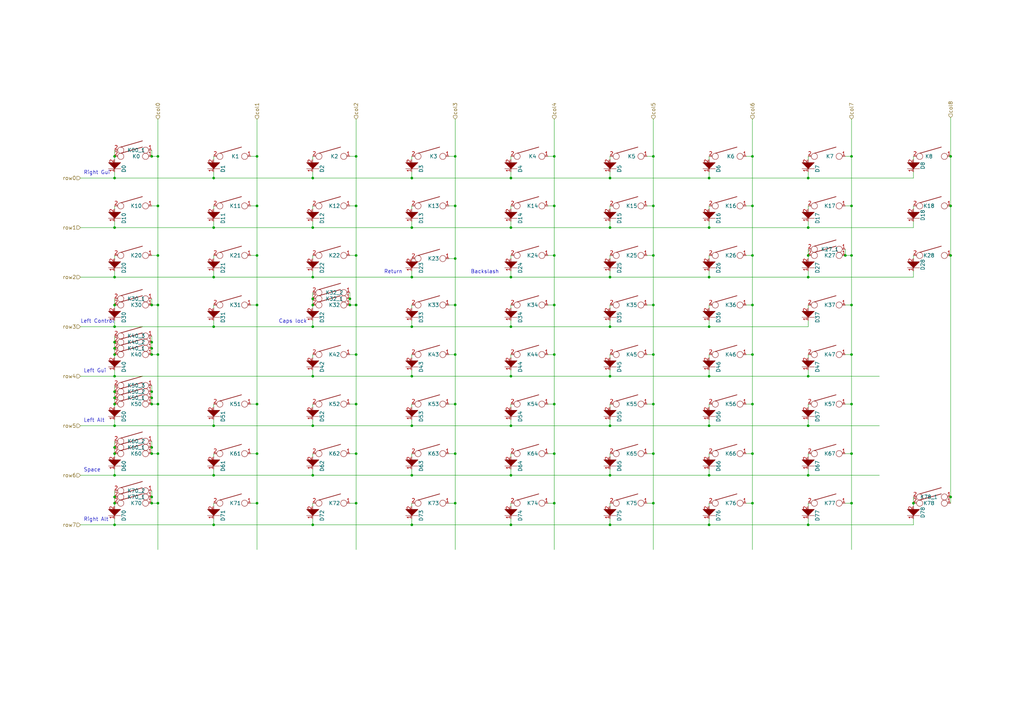
<source format=kicad_sch>
(kicad_sch (version 20211123) (generator eeschema)
  (paper "A3")
  (title_block (title "Alps66 Keyboard PCB") (rev "2.0") (company "TMK"))
  (junction (at 146.05 84.455))
  (junction (at 168.91 154.305))
  (junction (at 186.69 206.375))
  (junction (at 227.33 165.735))
  (junction (at 168.91 93.345))
  (junction (at 290.83 194.945))
  (junction (at 87.63 215.265))
  (junction (at 389.89 64.135))
  (junction (at 105.41 206.375))
  (junction (at 209.55 215.265))
  (junction (at 168.91 73.025))
  (junction (at 267.97 84.455))
  (junction (at 146.05 104.775))
  (junction (at 62.23 186.055))
  (junction (at 46.99 154.305))
  (junction (at 227.33 84.455))
  (junction (at 62.23 125.095))
  (junction (at 62.23 203.835))
  (junction (at 128.27 133.985))
  (junction (at 267.97 125.095))
  (junction (at 128.27 194.945))
  (junction (at 146.05 125.095))
  (junction (at 308.61 165.735))
  (junction (at 308.61 84.455))
  (junction (at 46.99 174.625))
  (junction (at 331.47 194.945))
  (junction (at 87.63 73.025))
  (junction (at 146.05 145.415))
  (junction (at 46.99 206.375))
  (junction (at 46.99 133.985))
  (junction (at 209.55 93.345))
  (junction (at 346.71 104.775))
  (junction (at 349.25 145.415))
  (junction (at 389.89 104.775))
  (junction (at 186.69 84.455))
  (junction (at 168.91 113.665))
  (junction (at 267.97 145.415))
  (junction (at 128.27 122.555))
  (junction (at 143.51 122.555))
  (junction (at 46.99 145.415))
  (junction (at 62.23 165.735))
  (junction (at 46.99 125.095))
  (junction (at 250.19 113.665))
  (junction (at 250.19 93.345))
  (junction (at 250.19 154.305))
  (junction (at 168.91 215.265))
  (junction (at 87.63 133.985))
  (junction (at 62.23 163.195))
  (junction (at 331.47 215.265))
  (junction (at 87.63 113.665))
  (junction (at 46.99 186.055))
  (junction (at 62.23 140.335))
  (junction (at 62.23 142.875))
  (junction (at 267.97 186.055))
  (junction (at 46.99 73.025))
  (junction (at 46.99 142.875))
  (junction (at 105.41 186.055))
  (junction (at 209.55 113.665))
  (junction (at 146.05 64.135))
  (junction (at 168.91 133.985))
  (junction (at 105.41 125.095))
  (junction (at 64.77 206.375))
  (junction (at 46.99 93.345))
  (junction (at 128.27 154.305))
  (junction (at 64.77 104.775))
  (junction (at 349.25 84.455))
  (junction (at 128.27 93.345))
  (junction (at 186.69 106.045))
  (junction (at 128.27 113.665))
  (junction (at 46.99 160.655))
  (junction (at 186.69 145.415))
  (junction (at 227.33 125.095))
  (junction (at 349.25 125.095))
  (junction (at 331.47 154.305))
  (junction (at 46.99 215.265))
  (junction (at 227.33 206.375))
  (junction (at 290.83 215.265))
  (junction (at 186.69 64.135))
  (junction (at 290.83 174.625))
  (junction (at 209.55 154.305))
  (junction (at 349.25 64.135))
  (junction (at 374.65 206.375))
  (junction (at 46.99 194.945))
  (junction (at 349.25 186.055))
  (junction (at 105.41 84.455))
  (junction (at 250.19 194.945))
  (junction (at 146.05 165.735))
  (junction (at 209.55 73.025))
  (junction (at 128.27 215.265))
  (junction (at 308.61 186.055))
  (junction (at 227.33 104.775))
  (junction (at 64.77 145.415))
  (junction (at 331.47 113.665))
  (junction (at 250.19 73.025))
  (junction (at 250.19 215.265))
  (junction (at 389.89 203.835))
  (junction (at 267.97 104.775))
  (junction (at 308.61 64.135))
  (junction (at 46.99 140.335))
  (junction (at 209.55 133.985))
  (junction (at 87.63 194.945))
  (junction (at 186.69 125.095))
  (junction (at 62.23 145.415))
  (junction (at 64.77 125.095))
  (junction (at 105.41 64.135))
  (junction (at 308.61 125.095))
  (junction (at 128.27 73.025))
  (junction (at 46.99 113.665))
  (junction (at 62.23 183.515))
  (junction (at 105.41 165.735))
  (junction (at 227.33 64.135))
  (junction (at 267.97 165.735))
  (junction (at 105.41 104.775))
  (junction (at 168.91 194.945))
  (junction (at 87.63 174.625))
  (junction (at 186.69 186.055))
  (junction (at 46.99 183.515))
  (junction (at 186.69 165.735))
  (junction (at 290.83 154.305))
  (junction (at 128.27 174.625))
  (junction (at 331.47 104.775))
  (junction (at 146.05 186.055))
  (junction (at 331.47 73.025))
  (junction (at 267.97 64.135))
  (junction (at 128.27 125.095))
  (junction (at 46.99 163.195))
  (junction (at 349.25 165.735))
  (junction (at 87.63 93.345))
  (junction (at 64.77 64.135))
  (junction (at 46.99 165.735))
  (junction (at 331.47 174.625))
  (junction (at 308.61 206.375))
  (junction (at 62.23 206.375))
  (junction (at 209.55 174.625))
  (junction (at 168.91 174.625))
  (junction (at 290.83 133.985))
  (junction (at 331.47 93.345))
  (junction (at 250.19 174.625))
  (junction (at 290.83 113.665))
  (junction (at 290.83 93.345))
  (junction (at 308.61 104.775))
  (junction (at 62.23 160.655))
  (junction (at 64.77 186.055))
  (junction (at 143.51 125.095))
  (junction (at 389.89 84.455))
  (junction (at 227.33 145.415))
  (junction (at 267.97 206.375))
  (junction (at 349.25 104.775))
  (junction (at 209.55 194.945))
  (junction (at 308.61 145.415))
  (junction (at 349.25 206.375))
  (junction (at 62.23 64.135))
  (junction (at 290.83 73.025))
  (junction (at 227.33 186.055))
  (junction (at 146.05 206.375))
  (junction (at 250.19 133.985))
  (junction (at 46.99 203.835))
  (junction (at 46.99 64.135))
  (junction (at 64.77 84.455))
  (junction (at 64.77 165.735))
  (wire (pts (xy 168.91 93.345) (xy 209.55 93.345)))
  (wire (pts (xy 105.41 104.775) (xy 105.41 125.095)))
  (wire (pts (xy 168.91 113.665) (xy 168.91 111.125)))
  (wire (pts (xy 227.33 48.895) (xy 227.33 64.135)))
  (wire (pts (xy 306.07 64.135) (xy 308.61 64.135)))
  (wire (pts (xy 143.51 122.555) (xy 143.51 125.095)))
  (wire (pts (xy 46.99 113.665) (xy 46.99 111.125)))
  (wire (pts (xy 46.99 142.875) (xy 46.99 145.415)))
  (wire (pts (xy 209.55 113.665) (xy 250.19 113.665)))
  (wire (pts (xy 250.19 113.665) (xy 290.83 113.665)))
  (wire (pts (xy 87.63 113.665) (xy 87.63 111.125)))
  (wire (pts (xy 168.91 215.265) (xy 168.91 212.725)))
  (wire (pts (xy 209.55 104.775) (xy 209.55 106.045)))
  (wire (pts (xy 331.47 104.775) (xy 331.47 106.045)))
  (wire (pts (xy 331.47 167.005) (xy 331.47 165.735)))
  (wire (pts (xy 46.99 73.025) (xy 87.63 73.025)))
  (wire (pts (xy 331.47 73.025) (xy 331.47 70.485)))
  (wire (pts (xy 186.69 125.095) (xy 184.15 125.095)))
  (wire (pts (xy 168.91 146.685) (xy 168.91 145.415)))
  (wire (pts (xy 62.23 158.115) (xy 62.23 160.655)))
  (wire (pts (xy 374.65 93.345) (xy 374.65 90.805)))
  (wire (pts (xy 227.33 165.735) (xy 224.79 165.735)))
  (wire (pts (xy 146.05 206.375) (xy 146.05 225.425)))
  (wire (pts (xy 186.69 186.055) (xy 184.15 186.055)))
  (wire (pts (xy 374.65 73.025) (xy 374.65 70.485)))
  (wire (pts (xy 186.69 145.415) (xy 184.15 145.415)))
  (wire (pts (xy 331.47 102.235) (xy 331.47 104.775)))
  (wire (pts (xy 87.63 215.265) (xy 87.63 212.725)))
  (wire (pts (xy 33.02 113.665) (xy 46.99 113.665)))
  (wire (pts (xy 168.91 85.725) (xy 168.91 84.455)))
  (wire (pts (xy 308.61 125.095) (xy 308.61 145.415)))
  (wire (pts (xy 267.97 165.735) (xy 265.43 165.735)))
  (wire (pts (xy 209.55 93.345) (xy 209.55 90.805)))
  (wire (pts (xy 290.83 93.345) (xy 290.83 90.805)))
  (wire (pts (xy 128.27 85.725) (xy 128.27 84.455)))
  (wire (pts (xy 87.63 85.725) (xy 87.63 84.455)))
  (wire (pts (xy 308.61 84.455) (xy 308.61 104.775)))
  (wire (pts (xy 33.02 215.265) (xy 46.99 215.265)))
  (wire (pts (xy 331.47 93.345) (xy 374.65 93.345)))
  (wire (pts (xy 87.63 133.985) (xy 87.63 131.445)))
  (wire (pts (xy 209.55 126.365) (xy 209.55 125.095)))
  (wire (pts (xy 46.99 137.795) (xy 46.99 140.335)))
  (wire (pts (xy 250.19 93.345) (xy 290.83 93.345)))
  (wire (pts (xy 87.63 194.945) (xy 87.63 192.405)))
  (wire (pts (xy 128.27 146.685) (xy 128.27 145.415)))
  (wire (pts (xy 331.47 154.305) (xy 331.47 151.765)))
  (wire (pts (xy 290.83 187.325) (xy 290.83 186.055)))
  (wire (pts (xy 250.19 215.265) (xy 290.83 215.265)))
  (wire (pts (xy 64.77 84.455) (xy 64.77 104.775)))
  (wire (pts (xy 346.71 102.235) (xy 346.71 104.775)))
  (wire (pts (xy 46.99 61.595) (xy 46.99 64.135)))
  (wire (pts (xy 331.47 154.305) (xy 360.68 154.305)))
  (wire (pts (xy 349.25 186.055) (xy 346.71 186.055)))
  (wire (pts (xy 128.27 194.945) (xy 128.27 192.405)))
  (wire (pts (xy 143.51 120.015) (xy 143.51 122.555)))
  (wire (pts (xy 168.91 194.945) (xy 209.55 194.945)))
  (wire (pts (xy 128.27 65.405) (xy 128.27 64.135)))
  (wire (pts (xy 209.55 167.005) (xy 209.55 165.735)))
  (wire (pts (xy 46.99 180.975) (xy 46.99 183.515)))
  (wire (pts (xy 46.99 154.305) (xy 46.99 151.765)))
  (wire (pts (xy 374.65 64.135) (xy 374.65 65.405)))
  (wire (pts (xy 389.89 104.775) (xy 389.89 203.835)))
  (wire (pts (xy 186.69 165.735) (xy 184.15 165.735)))
  (wire (pts (xy 46.99 158.115) (xy 46.99 160.655)))
  (wire (pts (xy 168.91 73.025) (xy 168.91 70.485)))
  (wire (pts (xy 250.19 194.945) (xy 290.83 194.945)))
  (wire (pts (xy 64.77 165.735) (xy 64.77 186.055)))
  (wire (pts (xy 290.83 73.025) (xy 331.47 73.025)))
  (wire (pts (xy 308.61 186.055) (xy 308.61 206.375)))
  (wire (pts (xy 349.25 84.455) (xy 349.25 104.775)))
  (wire (pts (xy 128.27 154.305) (xy 168.91 154.305)))
  (wire (pts (xy 331.47 194.945) (xy 360.68 194.945)))
  (wire (pts (xy 128.27 133.985) (xy 168.91 133.985)))
  (wire (pts (xy 46.99 194.945) (xy 46.99 192.405)))
  (wire (pts (xy 168.91 126.365) (xy 168.91 125.095)))
  (wire (pts (xy 46.99 145.415) (xy 46.99 146.685)))
  (wire (pts (xy 168.91 133.985) (xy 168.91 131.445)))
  (wire (pts (xy 250.19 207.645) (xy 250.19 206.375)))
  (wire (pts (xy 308.61 145.415) (xy 306.07 145.415)))
  (wire (pts (xy 128.27 113.665) (xy 128.27 111.125)))
  (wire (pts (xy 209.55 174.625) (xy 209.55 172.085)))
  (wire (pts (xy 209.55 207.645) (xy 209.55 206.375)))
  (wire (pts (xy 227.33 125.095) (xy 227.33 145.415)))
  (wire (pts (xy 143.51 64.135) (xy 146.05 64.135)))
  (wire (pts (xy 168.91 174.625) (xy 209.55 174.625)))
  (wire (pts (xy 87.63 174.625) (xy 128.27 174.625)))
  (wire (pts (xy 349.25 104.775) (xy 346.71 104.775)))
  (wire (pts (xy 105.41 125.095) (xy 102.87 125.095)))
  (wire (pts (xy 250.19 187.325) (xy 250.19 186.055)))
  (wire (pts (xy 146.05 145.415) (xy 143.51 145.415)))
  (wire (pts (xy 290.83 133.985) (xy 290.83 131.445)))
  (wire (pts (xy 33.02 73.025) (xy 46.99 73.025)))
  (wire (pts (xy 87.63 125.095) (xy 87.63 126.365)))
  (wire (pts (xy 267.97 48.895) (xy 267.97 64.135)))
  (wire (pts (xy 168.91 207.645) (xy 168.91 206.375)))
  (wire (pts (xy 349.25 206.375) (xy 346.71 206.375)))
  (wire (pts (xy 267.97 125.095) (xy 267.97 145.415)))
  (wire (pts (xy 331.47 187.325) (xy 331.47 186.055)))
  (wire (pts (xy 87.63 194.945) (xy 128.27 194.945)))
  (wire (pts (xy 168.91 167.005) (xy 168.91 165.735)))
  (wire (pts (xy 209.55 174.625) (xy 250.19 174.625)))
  (wire (pts (xy 168.91 93.345) (xy 168.91 90.805)))
  (wire (pts (xy 128.27 174.625) (xy 168.91 174.625)))
  (wire (pts (xy 209.55 194.945) (xy 250.19 194.945)))
  (wire (pts (xy 105.41 125.095) (xy 105.41 165.735)))
  (wire (pts (xy 290.83 174.625) (xy 290.83 172.085)))
  (wire (pts (xy 62.23 137.795) (xy 62.23 140.335)))
  (wire (pts (xy 46.99 160.655) (xy 46.99 163.195)))
  (wire (pts (xy 168.91 215.265) (xy 209.55 215.265)))
  (wire (pts (xy 308.61 165.735) (xy 306.07 165.735)))
  (wire (pts (xy 128.27 113.665) (xy 168.91 113.665)))
  (wire (pts (xy 209.55 215.265) (xy 209.55 212.725)))
  (wire (pts (xy 146.05 186.055) (xy 146.05 206.375)))
  (wire (pts (xy 374.65 215.265) (xy 374.65 212.725)))
  (wire (pts (xy 64.77 104.775) (xy 64.77 125.095)))
  (wire (pts (xy 62.23 165.735) (xy 64.77 165.735)))
  (wire (pts (xy 227.33 206.375) (xy 227.33 225.425)))
  (wire (pts (xy 168.91 187.325) (xy 168.91 186.055)))
  (wire (pts (xy 267.97 145.415) (xy 267.97 165.735)))
  (wire (pts (xy 87.63 167.005) (xy 87.63 165.735)))
  (wire (pts (xy 267.97 186.055) (xy 265.43 186.055)))
  (wire (pts (xy 128.27 120.015) (xy 128.27 122.555)))
  (wire (pts (xy 389.89 64.135) (xy 389.89 84.455)))
  (wire (pts (xy 224.79 64.135) (xy 227.33 64.135)))
  (wire (pts (xy 46.99 165.735) (xy 46.99 167.005)))
  (wire (pts (xy 146.05 104.775) (xy 146.05 125.095)))
  (wire (pts (xy 105.41 84.455) (xy 102.87 84.455)))
  (wire (pts (xy 267.97 104.775) (xy 265.43 104.775)))
  (wire (pts (xy 46.99 163.195) (xy 46.99 165.735)))
  (wire (pts (xy 168.91 174.625) (xy 168.91 172.085)))
  (wire (pts (xy 128.27 133.985) (xy 128.27 131.445)))
  (wire (pts (xy 290.83 126.365) (xy 290.83 125.095)))
  (wire (pts (xy 128.27 93.345) (xy 128.27 90.805)))
  (wire (pts (xy 308.61 206.375) (xy 308.61 225.425)))
  (wire (pts (xy 331.47 133.985) (xy 331.47 131.445)))
  (wire (pts (xy 349.25 125.095) (xy 346.71 125.095)))
  (wire (pts (xy 105.41 165.735) (xy 102.87 165.735)))
  (wire (pts (xy 62.23 183.515) (xy 62.23 186.055)))
  (wire (pts (xy 267.97 186.055) (xy 267.97 206.375)))
  (wire (pts (xy 146.05 186.055) (xy 143.51 186.055)))
  (wire (pts (xy 128.27 93.345) (xy 168.91 93.345)))
  (wire (pts (xy 209.55 194.945) (xy 209.55 192.405)))
  (wire (pts (xy 349.25 165.735) (xy 349.25 186.055)))
  (wire (pts (xy 46.99 206.375) (xy 46.99 207.645)))
  (wire (pts (xy 209.55 73.025) (xy 250.19 73.025)))
  (wire (pts (xy 146.05 48.895) (xy 146.05 64.135)))
  (wire (pts (xy 128.27 215.265) (xy 168.91 215.265)))
  (wire (pts (xy 87.63 113.665) (xy 128.27 113.665)))
  (wire (pts (xy 290.83 215.265) (xy 331.47 215.265)))
  (wire (pts (xy 346.71 64.135) (xy 349.25 64.135)))
  (wire (pts (xy 146.05 64.135) (xy 146.05 84.455)))
  (wire (pts (xy 374.65 106.045) (xy 374.65 104.775)))
  (wire (pts (xy 105.41 206.375) (xy 105.41 225.425)))
  (wire (pts (xy 267.97 125.095) (xy 265.43 125.095)))
  (wire (pts (xy 186.69 106.045) (xy 186.69 125.095)))
  (wire (pts (xy 46.99 122.555) (xy 46.99 125.095)))
  (wire (pts (xy 209.55 133.985) (xy 209.55 131.445)))
  (wire (pts (xy 64.77 186.055) (xy 64.77 206.375)))
  (wire (pts (xy 128.27 125.095) (xy 128.27 126.365)))
  (wire (pts (xy 331.47 215.265) (xy 374.65 215.265)))
  (wire (pts (xy 33.02 174.625) (xy 46.99 174.625)))
  (wire (pts (xy 349.25 48.895) (xy 349.25 64.135)))
  (wire (pts (xy 209.55 133.985) (xy 250.19 133.985)))
  (wire (pts (xy 265.43 64.135) (xy 267.97 64.135)))
  (wire (pts (xy 290.83 104.775) (xy 290.83 106.045)))
  (wire (pts (xy 250.19 133.985) (xy 290.83 133.985)))
  (wire (pts (xy 64.77 104.775) (xy 62.23 104.775)))
  (wire (pts (xy 105.41 186.055) (xy 102.87 186.055)))
  (wire (pts (xy 308.61 48.895) (xy 308.61 64.135)))
  (wire (pts (xy 308.61 165.735) (xy 308.61 186.055)))
  (wire (pts (xy 168.91 113.665) (xy 209.55 113.665)))
  (wire (pts (xy 290.83 93.345) (xy 331.47 93.345)))
  (wire (pts (xy 62.23 125.095) (xy 62.23 122.555)))
  (wire (pts (xy 64.77 206.375) (xy 64.77 225.425)))
  (wire (pts (xy 349.25 206.375) (xy 349.25 225.425)))
  (wire (pts (xy 250.19 194.945) (xy 250.19 192.405)))
  (wire (pts (xy 87.63 187.325) (xy 87.63 186.055)))
  (wire (pts (xy 186.69 165.735) (xy 186.69 186.055)))
  (wire (pts (xy 250.19 106.045) (xy 250.19 104.775)))
  (wire (pts (xy 227.33 165.735) (xy 227.33 186.055)))
  (wire (pts (xy 128.27 215.265) (xy 128.27 212.725)))
  (wire (pts (xy 105.41 186.055) (xy 105.41 206.375)))
  (wire (pts (xy 62.23 142.875) (xy 62.23 145.415)))
  (wire (pts (xy 186.69 145.415) (xy 186.69 165.735)))
  (wire (pts (xy 146.05 84.455) (xy 146.05 104.775)))
  (wire (pts (xy 227.33 84.455) (xy 227.33 104.775)))
  (wire (pts (xy 46.99 215.265) (xy 87.63 215.265)))
  (wire (pts (xy 146.05 145.415) (xy 146.05 165.735)))
  (wire (pts (xy 62.23 160.655) (xy 62.23 163.195)))
  (wire (pts (xy 46.99 84.455) (xy 46.99 85.725)))
  (wire (pts (xy 62.23 61.595) (xy 62.23 64.135)))
  (wire (pts (xy 250.19 174.625) (xy 290.83 174.625)))
  (wire (pts (xy 62.23 145.415) (xy 64.77 145.415)))
  (wire (pts (xy 186.69 48.895) (xy 186.69 64.135)))
  (wire (pts (xy 250.19 154.305) (xy 250.19 151.765)))
  (wire (pts (xy 250.19 93.345) (xy 250.19 90.805)))
  (wire (pts (xy 267.97 84.455) (xy 267.97 104.775)))
  (wire (pts (xy 46.99 104.775) (xy 46.99 106.045)))
  (wire (pts (xy 227.33 104.775) (xy 224.79 104.775)))
  (wire (pts (xy 46.99 73.025) (xy 46.99 70.485)))
  (wire (pts (xy 186.69 206.375) (xy 186.69 225.425)))
  (wire (pts (xy 308.61 145.415) (xy 308.61 165.735)))
  (wire (pts (xy 87.63 93.345) (xy 87.63 90.805)))
  (wire (pts (xy 46.99 194.945) (xy 87.63 194.945)))
  (wire (pts (xy 62.23 201.295) (xy 62.23 203.835)))
  (wire (pts (xy 128.27 154.305) (xy 128.27 151.765)))
  (wire (pts (xy 62.23 64.135) (xy 64.77 64.135)))
  (wire (pts (xy 227.33 84.455) (xy 224.79 84.455)))
  (wire (pts (xy 128.27 194.945) (xy 168.91 194.945)))
  (wire (pts (xy 64.77 48.895) (xy 64.77 64.135)))
  (wire (pts (xy 128.27 167.005) (xy 128.27 165.735)))
  (wire (pts (xy 128.27 187.325) (xy 128.27 186.055)))
  (wire (pts (xy 105.41 48.895) (xy 105.41 64.135)))
  (wire (pts (xy 87.63 207.645) (xy 87.63 206.375)))
  (wire (pts (xy 209.55 154.305) (xy 250.19 154.305)))
  (wire (pts (xy 46.99 174.625) (xy 87.63 174.625)))
  (wire (pts (xy 267.97 104.775) (xy 267.97 125.095)))
  (wire (pts (xy 267.97 165.735) (xy 267.97 186.055)))
  (wire (pts (xy 290.83 154.305) (xy 290.83 151.765)))
  (wire (pts (xy 46.99 174.625) (xy 46.99 172.085)))
  (wire (pts (xy 290.83 207.645) (xy 290.83 206.375)))
  (wire (pts (xy 331.47 113.665) (xy 374.65 113.665)))
  (wire (pts (xy 331.47 146.685) (xy 331.47 145.415)))
  (wire (pts (xy 374.65 203.835) (xy 374.65 206.375)))
  (wire (pts (xy 209.55 73.025) (xy 209.55 70.485)))
  (wire (pts (xy 209.55 65.405) (xy 209.55 64.135)))
  (wire (pts (xy 349.25 104.775) (xy 349.25 125.095)))
  (wire (pts (xy 331.47 215.265) (xy 331.47 212.725)))
  (wire (pts (xy 250.19 167.005) (xy 250.19 165.735)))
  (wire (pts (xy 46.99 186.055) (xy 46.99 187.325)))
  (wire (pts (xy 146.05 165.735) (xy 143.51 165.735)))
  (wire (pts (xy 290.83 215.265) (xy 290.83 212.725)))
  (wire (pts (xy 62.23 180.975) (xy 62.23 183.515)))
  (wire (pts (xy 267.97 64.135) (xy 267.97 84.455)))
  (wire (pts (xy 186.69 64.135) (xy 186.69 84.455)))
  (wire (pts (xy 46.99 140.335) (xy 46.99 142.875)))
  (wire (pts (xy 349.25 64.135) (xy 349.25 84.455)))
  (wire (pts (xy 308.61 104.775) (xy 308.61 125.095)))
  (wire (pts (xy 209.55 215.265) (xy 250.19 215.265)))
  (wire (pts (xy 331.47 73.025) (xy 374.65 73.025)))
  (wire (pts (xy 209.55 85.725) (xy 209.55 84.455)))
  (wire (pts (xy 64.77 125.095) (xy 62.23 125.095)))
  (wire (pts (xy 308.61 84.455) (xy 306.07 84.455)))
  (wire (pts (xy 389.89 203.835) (xy 389.89 206.375)))
  (wire (pts (xy 349.25 145.415) (xy 346.71 145.415)))
  (wire (pts (xy 184.15 106.045) (xy 186.69 106.045)))
  (wire (pts (xy 102.87 64.135) (xy 105.41 64.135)))
  (wire (pts (xy 331.47 126.365) (xy 331.47 125.095)))
  (wire (pts (xy 250.19 126.365) (xy 250.19 125.095)))
  (wire (pts (xy 46.99 133.985) (xy 46.99 131.445)))
  (wire (pts (xy 87.63 133.985) (xy 128.27 133.985)))
  (wire (pts (xy 62.23 186.055) (xy 64.77 186.055)))
  (wire (pts (xy 250.19 73.025) (xy 250.19 70.485)))
  (wire (pts (xy 46.99 183.515) (xy 46.99 186.055)))
  (wire (pts (xy 64.77 84.455) (xy 62.23 84.455)))
  (wire (pts (xy 349.25 145.415) (xy 349.25 165.735)))
  (wire (pts (xy 186.69 186.055) (xy 186.69 206.375)))
  (wire (pts (xy 46.99 64.135) (xy 46.99 65.405)))
  (wire (pts (xy 209.55 187.325) (xy 209.55 186.055)))
  (wire (pts (xy 290.83 154.305) (xy 331.47 154.305)))
  (wire (pts (xy 64.77 64.135) (xy 64.77 84.455)))
  (wire (pts (xy 105.41 84.455) (xy 105.41 104.775)))
  (wire (pts (xy 389.89 48.26) (xy 389.89 64.135)))
  (wire (pts (xy 374.65 84.455) (xy 374.65 85.725)))
  (wire (pts (xy 87.63 215.265) (xy 128.27 215.265)))
  (wire (pts (xy 62.23 203.835) (xy 62.23 206.375)))
  (wire (pts (xy 349.25 165.735) (xy 346.71 165.735)))
  (wire (pts (xy 290.83 113.665) (xy 290.83 111.125)))
  (wire (pts (xy 250.19 174.625) (xy 250.19 172.085)))
  (wire (pts (xy 105.41 165.735) (xy 105.41 186.055)))
  (wire (pts (xy 250.19 113.665) (xy 250.19 111.125)))
  (wire (pts (xy 184.15 64.135) (xy 186.69 64.135)))
  (wire (pts (xy 250.19 215.265) (xy 250.19 212.725)))
  (wire (pts (xy 331.47 65.405) (xy 331.47 64.135)))
  (wire (pts (xy 331.47 207.645) (xy 331.47 206.375)))
  (wire (pts (xy 290.83 146.685) (xy 290.83 145.415)))
  (wire (pts (xy 62.23 163.195) (xy 62.23 165.735)))
  (wire (pts (xy 250.19 65.405) (xy 250.19 64.135)))
  (wire (pts (xy 146.05 206.375) (xy 143.51 206.375)))
  (wire (pts (xy 290.83 167.005) (xy 290.83 165.735)))
  (wire (pts (xy 46.99 133.985) (xy 87.63 133.985)))
  (wire (pts (xy 87.63 174.625) (xy 87.63 172.085)))
  (wire (pts (xy 331.47 85.725) (xy 331.47 84.455)))
  (wire (pts (xy 290.83 85.725) (xy 290.83 84.455)))
  (wire (pts (xy 87.63 65.405) (xy 87.63 64.135)))
  (wire (pts (xy 168.91 194.945) (xy 168.91 192.405)))
  (wire (pts (xy 64.77 125.095) (xy 64.77 145.415)))
  (wire (pts (xy 128.27 73.025) (xy 168.91 73.025)))
  (wire (pts (xy 33.02 93.345) (xy 46.99 93.345)))
  (wire (pts (xy 143.51 125.095) (xy 146.05 125.095)))
  (wire (pts (xy 290.83 194.945) (xy 331.47 194.945)))
  (wire (pts (xy 168.91 154.305) (xy 209.55 154.305)))
  (wire (pts (xy 46.99 113.665) (xy 87.63 113.665)))
  (wire (pts (xy 128.27 73.025) (xy 128.27 70.485)))
  (wire (pts (xy 87.63 104.775) (xy 87.63 106.045)))
  (wire (pts (xy 168.91 154.305) (xy 168.91 151.765)))
  (wire (pts (xy 46.99 93.345) (xy 46.99 90.805)))
  (wire (pts (xy 374.65 206.375) (xy 374.65 207.645)))
  (wire (pts (xy 146.05 104.775) (xy 143.51 104.775)))
  (wire (pts (xy 308.61 186.055) (xy 306.07 186.055)))
  (wire (pts (xy 349.25 84.455) (xy 346.71 84.455)))
  (wire (pts (xy 33.02 154.305) (xy 46.99 154.305)))
  (wire (pts (xy 308.61 206.375) (xy 306.07 206.375)))
  (wire (pts (xy 168.91 133.985) (xy 209.55 133.985)))
  (wire (pts (xy 186.69 206.375) (xy 184.15 206.375)))
  (wire (pts (xy 389.89 84.455) (xy 389.89 104.775)))
  (wire (pts (xy 87.63 73.025) (xy 87.63 70.485)))
  (wire (pts (xy 227.33 104.775) (xy 227.33 125.095)))
  (wire (pts (xy 33.02 133.985) (xy 46.99 133.985)))
  (wire (pts (xy 290.83 113.665) (xy 331.47 113.665)))
  (wire (pts (xy 331.47 174.625) (xy 360.68 174.625)))
  (wire (pts (xy 331.47 174.625) (xy 331.47 172.085)))
  (wire (pts (xy 227.33 125.095) (xy 224.79 125.095)))
  (wire (pts (xy 209.55 146.685) (xy 209.55 145.415)))
  (wire (pts (xy 227.33 64.135) (xy 227.33 84.455)))
  (wire (pts (xy 146.05 125.095) (xy 146.05 145.415)))
  (wire (pts (xy 46.99 201.295) (xy 46.99 203.835)))
  (wire (pts (xy 250.19 85.725) (xy 250.19 84.455)))
  (wire (pts (xy 267.97 84.455) (xy 265.43 84.455)))
  (wire (pts (xy 374.65 113.665) (xy 374.65 111.125)))
  (wire (pts (xy 128.27 207.645) (xy 128.27 206.375)))
  (wire (pts (xy 349.25 125.095) (xy 349.25 145.415)))
  (wire (pts (xy 250.19 154.305) (xy 290.83 154.305)))
  (wire (pts (xy 46.99 154.305) (xy 128.27 154.305)))
  (wire (pts (xy 146.05 84.455) (xy 143.51 84.455)))
  (wire (pts (xy 250.19 73.025) (xy 290.83 73.025)))
  (wire (pts (xy 250.19 133.985) (xy 250.19 131.445)))
  (wire (pts (xy 349.25 186.055) (xy 349.25 206.375)))
  (wire (pts (xy 267.97 206.375) (xy 267.97 225.425)))
  (wire (pts (xy 209.55 113.665) (xy 209.55 111.125)))
  (wire (pts (xy 87.63 73.025) (xy 128.27 73.025)))
  (wire (pts (xy 33.02 194.945) (xy 46.99 194.945)))
  (wire (pts (xy 186.69 125.095) (xy 186.69 145.415)))
  (wire (pts (xy 290.83 194.945) (xy 290.83 192.405)))
  (wire (pts (xy 46.99 215.265) (xy 46.99 212.725)))
  (wire (pts (xy 46.99 125.095) (xy 46.99 126.365)))
  (wire (pts (xy 168.91 73.025) (xy 209.55 73.025)))
  (wire (pts (xy 331.47 194.945) (xy 331.47 192.405)))
  (wire (pts (xy 128.27 174.625) (xy 128.27 172.085)))
  (wire (pts (xy 267.97 206.375) (xy 265.43 206.375)))
  (wire (pts (xy 128.27 106.045) (xy 128.27 104.775)))
  (wire (pts (xy 331.47 113.665) (xy 331.47 111.125)))
  (wire (pts (xy 105.41 64.135) (xy 105.41 84.455)))
  (wire (pts (xy 105.41 104.775) (xy 102.87 104.775)))
  (wire (pts (xy 209.55 93.345) (xy 250.19 93.345)))
  (wire (pts (xy 146.05 165.735) (xy 146.05 186.055)))
  (wire (pts (xy 290.83 133.985) (xy 331.47 133.985)))
  (wire (pts (xy 62.23 140.335) (xy 62.23 142.875)))
  (wire (pts (xy 62.23 206.375) (xy 64.77 206.375)))
  (wire (pts (xy 267.97 145.415) (xy 265.43 145.415)))
  (wire (pts (xy 227.33 206.375) (xy 224.79 206.375)))
  (wire (pts (xy 290.83 65.405) (xy 290.83 64.135)))
  (wire (pts (xy 209.55 154.305) (xy 209.55 151.765)))
  (wire (pts (xy 227.33 145.415) (xy 224.79 145.415)))
  (wire (pts (xy 87.63 93.345) (xy 128.27 93.345)))
  (wire (pts (xy 290.83 73.025) (xy 290.83 70.485)))
  (wire (pts (xy 128.27 122.555) (xy 128.27 125.095)))
  (wire (pts (xy 105.41 206.375) (xy 102.87 206.375)))
  (wire (pts (xy 46.99 203.835) (xy 46.99 206.375)))
  (wire (pts (xy 331.47 93.345) (xy 331.47 90.805)))
  (wire (pts (xy 250.19 146.685) (xy 250.19 145.415)))
  (wire (pts (xy 186.69 84.455) (xy 184.15 84.455)))
  (wire (pts (xy 46.99 93.345) (xy 87.63 93.345)))
  (wire (pts (xy 227.33 145.415) (xy 227.33 165.735)))
  (wire (pts (xy 308.61 104.775) (xy 306.07 104.775)))
  (wire (pts (xy 308.61 125.095) (xy 306.07 125.095)))
  (wire (pts (xy 186.69 84.455) (xy 186.69 106.045)))
  (wire (pts (xy 227.33 186.055) (xy 227.33 206.375)))
  (wire (pts (xy 64.77 145.415) (xy 64.77 165.735)))
  (wire (pts (xy 227.33 186.055) (xy 224.79 186.055)))
  (wire (pts (xy 308.61 64.135) (xy 308.61 84.455)))
  (wire (pts (xy 290.83 174.625) (xy 331.47 174.625)))
  (wire (pts (xy 168.91 65.405) (xy 168.91 64.135)))
  (text "Backslash" (at 193.04 112.395 0) (effects (font (size 1.524 1.524)) (justify left bottom)))
  (text "Left Gui" (at 34.29 153.035 0) (effects (font (size 1.524 1.524)) (justify left bottom)))
  (text "Right Gui" (at 34.29 71.755 0) (effects (font (size 1.524 1.524)) (justify left bottom)))
  (text "Caps lock" (at 114.3 132.715 0) (effects (font (size 1.524 1.524)) (justify left bottom)))
  (text "Left Control" (at 33.02 132.715 0) (effects (font (size 1.524 1.524)) (justify left bottom)))
  (text "Space" (at 34.29 193.675 0) (effects (font (size 1.524 1.524)) (justify left bottom)))
  (text "Return" (at 157.48 112.395 0) (effects (font (size 1.524 1.524)) (justify left bottom)))
  (text "Left Alt" (at 34.29 173.355 0) (effects (font (size 1.524 1.524)) (justify left bottom)))
  (text "Right Alt" (at 34.29 213.995 0) (effects (font (size 1.524 1.524)) (justify left bottom)))
  (hierarchical_label "col5" (shape input) (at 267.97 48.895 90) (effects (font (size 1.524 1.524))))
  (hierarchical_label "row4" (shape input) (at 33.02 154.305 180) (effects (font (size 1.524 1.524))))
  (hierarchical_label "col0" (shape input) (at 64.77 48.895 90) (effects (font (size 1.524 1.524))))
  (hierarchical_label "col8" (shape input) (at 389.89 48.26 90) (effects (font (size 1.524 1.524))))
  (hierarchical_label "row3" (shape input) (at 33.02 133.985 180) (effects (font (size 1.524 1.524))))
  (hierarchical_label "row2" (shape input) (at 33.02 113.665 180) (effects (font (size 1.524 1.524))))
  (hierarchical_label "col7" (shape input) (at 349.25 48.895 90) (effects (font (size 1.524 1.524))))
  (hierarchical_label "col1" (shape input) (at 105.41 48.895 90) (effects (font (size 1.524 1.524))))
  (hierarchical_label "row7" (shape input) (at 33.02 215.265 180) (effects (font (size 1.524 1.524))))
  (hierarchical_label "row0" (shape input) (at 33.02 73.025 180) (effects (font (size 1.524 1.524))))
  (hierarchical_label "row6" (shape input) (at 33.02 194.945 180) (effects (font (size 1.524 1.524))))
  (hierarchical_label "col2" (shape input) (at 146.05 48.895 90) (effects (font (size 1.524 1.524))))
  (hierarchical_label "row5" (shape input) (at 33.02 174.625 180) (effects (font (size 1.524 1.524))))
  (hierarchical_label "col3" (shape input) (at 186.69 48.895 90) (effects (font (size 1.524 1.524))))
  (hierarchical_label "col4" (shape input) (at 227.33 48.895 90) (effects (font (size 1.524 1.524))))
  (hierarchical_label "row1" (shape input) (at 33.02 93.345 180) (effects (font (size 1.524 1.524))))
  (hierarchical_label "col6" (shape input) (at 308.61 48.895 90) (effects (font (size 1.524 1.524))))
  (symbol (lib_id "keyboard_parts:D") (at 46.99 69.215 180) (unit 1)
    (property "Reference" "D0" (at 50.8 69.215 90) (effects (font (size 1.524 1.524))))
    (property "Value" "D" (effects hide))
    (property "Footprint" "Keyboard_Footprints:Diode_123_Axial" (effects hide))
  )
  (symbol (lib_id "keyboard_parts:KEYSW") (at 298.45 145.415 0) (unit 1)
    (property "Reference" "K46" (at 299.72 145.415 0) (effects (font (size 1.524 1.524))))
    (property "Value" "KEYSW" (effects hide))
    (property "Footprint" "Keyboard_Footprints:Alps" (effects hide))
  )
  (symbol (lib_id "keyboard_parts:D") (at 46.99 89.535 180) (unit 1)
    (property "Reference" "D10" (at 50.8 89.535 90) (effects (font (size 1.524 1.524))))
    (property "Value" "D" (effects hide))
    (property "Footprint" "Keyboard_Footprints:Diode_123_Axial" (effects hide))
  )
  (symbol (lib_id "keyboard_parts:KEYSW") (at 54.61 84.455 0) (unit 1)
    (property "Reference" "K10" (at 55.88 84.455 0) (effects (font (size 1.524 1.524))))
    (property "Value" "KEYSW" (effects hide))
    (property "Footprint" "Keyboard_Footprints:Alps" (effects hide))
  )
  (symbol (lib_id "keyboard_parts:D") (at 46.99 109.855 180) (unit 1)
    (property "Reference" "D20" (at 50.8 109.855 90) (effects (font (size 1.524 1.524))))
    (property "Value" "D" (effects hide))
    (property "Footprint" "Keyboard_Footprints:Diode_123_Axial" (effects hide))
  )
  (symbol (lib_id "keyboard_parts:KEYSW") (at 54.61 104.775 0) (unit 1)
    (property "Reference" "K20" (at 55.88 104.775 0) (effects (font (size 1.524 1.524))))
    (property "Value" "KEYSW" (effects hide))
    (property "Footprint" "Keyboard_Footprints:Alps" (effects hide))
  )
  (symbol (lib_id "keyboard_parts:D") (at 46.99 130.175 180) (unit 1)
    (property "Reference" "D30" (at 50.8 130.175 90) (effects (font (size 1.524 1.524))))
    (property "Value" "D" (effects hide))
    (property "Footprint" "Keyboard_Footprints:Diode_123_Axial" (effects hide))
  )
  (symbol (lib_id "keyboard_parts:KEYSW") (at 54.61 125.095 0) (unit 1)
    (property "Reference" "K30" (at 55.88 125.095 0) (effects (font (size 1.524 1.524))))
    (property "Value" "KEYSW" (effects hide))
    (property "Footprint" "Keyboard_Footprints:Alps" (effects hide))
  )
  (symbol (lib_id "keyboard_parts:D") (at 46.99 150.495 180) (unit 1)
    (property "Reference" "D40" (at 50.8 150.495 90) (effects (font (size 1.524 1.524))))
    (property "Value" "D" (effects hide))
    (property "Footprint" "Keyboard_Footprints:Diode_123_Axial" (effects hide))
  )
  (symbol (lib_id "keyboard_parts:KEYSW") (at 54.61 145.415 0) (unit 1)
    (property "Reference" "K40" (at 55.88 145.415 0) (effects (font (size 1.524 1.524))))
    (property "Value" "KEYSW" (effects hide))
    (property "Footprint" "Keyboard_Footprints:Alps" (effects hide))
  )
  (symbol (lib_id "keyboard_parts:D") (at 46.99 170.815 180) (unit 1)
    (property "Reference" "D50" (at 50.8 170.815 90) (effects (font (size 1.524 1.524))))
    (property "Value" "D" (effects hide))
    (property "Footprint" "Keyboard_Footprints:Diode_123_Axial" (effects hide))
  )
  (symbol (lib_id "keyboard_parts:KEYSW") (at 54.61 165.735 0) (unit 1)
    (property "Reference" "K50" (at 55.88 165.735 0) (effects (font (size 1.524 1.524))))
    (property "Value" "KEYSW" (effects hide))
    (property "Footprint" "Keyboard_Footprints:Alps" (effects hide))
  )
  (symbol (lib_id "keyboard_parts:D") (at 46.99 191.135 180) (unit 1)
    (property "Reference" "D60" (at 50.8 191.135 90) (effects (font (size 1.524 1.524))))
    (property "Value" "D" (effects hide))
    (property "Footprint" "Keyboard_Footprints:Diode_123_Axial" (effects hide))
  )
  (symbol (lib_id "keyboard_parts:KEYSW") (at 54.61 186.055 0) (unit 1)
    (property "Reference" "K60" (at 55.88 186.055 0) (effects (font (size 1.524 1.524))))
    (property "Value" "KEYSW" (effects hide))
    (property "Footprint" "Keyboard_Footprints:Alps" (effects hide))
  )
  (symbol (lib_id "keyboard_parts:D") (at 46.99 211.455 180) (unit 1)
    (property "Reference" "D70" (at 50.8 211.455 90) (effects (font (size 1.524 1.524))))
    (property "Value" "D" (effects hide))
    (property "Footprint" "Keyboard_Footprints:Diode_123_Axial" (effects hide))
  )
  (symbol (lib_id "keyboard_parts:KEYSW") (at 54.61 206.375 0) (unit 1)
    (property "Reference" "K70" (at 55.88 206.375 0) (effects (font (size 1.524 1.524))))
    (property "Value" "KEYSW" (effects hide))
    (property "Footprint" "Keyboard_Footprints:Alps" (effects hide))
  )
  (symbol (lib_id "keyboard_parts:D") (at 87.63 69.215 180) (unit 1)
    (property "Reference" "D1" (at 91.44 69.215 90) (effects (font (size 1.524 1.524))))
    (property "Value" "D" (effects hide))
    (property "Footprint" "Keyboard_Footprints:Diode_123_Axial" (effects hide))
  )
  (symbol (lib_id "keyboard_parts:KEYSW") (at 95.25 64.135 0) (unit 1)
    (property "Reference" "K1" (at 96.52 64.135 0) (effects (font (size 1.524 1.524))))
    (property "Value" "KEYSW" (effects hide))
    (property "Footprint" "Keyboard_Footprints:Alps" (effects hide))
  )
  (symbol (lib_id "keyboard_parts:D") (at 87.63 89.535 180) (unit 1)
    (property "Reference" "D11" (at 91.44 89.535 90) (effects (font (size 1.524 1.524))))
    (property "Value" "D" (effects hide))
    (property "Footprint" "Keyboard_Footprints:Diode_123_Axial" (effects hide))
  )
  (symbol (lib_id "keyboard_parts:KEYSW") (at 95.25 84.455 0) (unit 1)
    (property "Reference" "K11" (at 96.52 84.455 0) (effects (font (size 1.524 1.524))))
    (property "Value" "KEYSW" (effects hide))
    (property "Footprint" "Keyboard_Footprints:Alps" (effects hide))
  )
  (symbol (lib_id "keyboard_parts:D") (at 87.63 109.855 180) (unit 1)
    (property "Reference" "D21" (at 91.44 109.855 90) (effects (font (size 1.524 1.524))))
    (property "Value" "D" (effects hide))
    (property "Footprint" "Keyboard_Footprints:Diode_123_Axial" (effects hide))
  )
  (symbol (lib_id "keyboard_parts:KEYSW") (at 95.25 104.775 0) (unit 1)
    (property "Reference" "K21" (at 96.52 104.775 0) (effects (font (size 1.524 1.524))))
    (property "Value" "KEYSW" (effects hide))
    (property "Footprint" "Keyboard_Footprints:Alps" (effects hide))
  )
  (symbol (lib_id "keyboard_parts:D") (at 87.63 130.175 180) (unit 1)
    (property "Reference" "D31" (at 91.44 130.175 90) (effects (font (size 1.524 1.524))))
    (property "Value" "D" (effects hide))
    (property "Footprint" "Keyboard_Footprints:Diode_123_Axial" (effects hide))
  )
  (symbol (lib_id "keyboard_parts:D") (at 87.63 170.815 180) (unit 1)
    (property "Reference" "D51" (at 91.44 170.815 90) (effects (font (size 1.524 1.524))))
    (property "Value" "D" (effects hide))
    (property "Footprint" "Keyboard_Footprints:Diode_123_Axial" (effects hide))
  )
  (symbol (lib_id "keyboard_parts:KEYSW") (at 95.25 165.735 0) (unit 1)
    (property "Reference" "K51" (at 96.52 165.735 0) (effects (font (size 1.524 1.524))))
    (property "Value" "KEYSW" (effects hide))
    (property "Footprint" "Keyboard_Footprints:Alps" (effects hide))
  )
  (symbol (lib_id "keyboard_parts:D") (at 87.63 191.135 180) (unit 1)
    (property "Reference" "D61" (at 91.44 191.135 90) (effects (font (size 1.524 1.524))))
    (property "Value" "D" (effects hide))
    (property "Footprint" "Keyboard_Footprints:Diode_123_Axial" (effects hide))
  )
  (symbol (lib_id "keyboard_parts:KEYSW") (at 95.25 186.055 0) (unit 1)
    (property "Reference" "K61" (at 96.52 186.055 0) (effects (font (size 1.524 1.524))))
    (property "Value" "KEYSW" (effects hide))
    (property "Footprint" "Keyboard_Footprints:Alps" (effects hide))
  )
  (symbol (lib_id "keyboard_parts:D") (at 87.63 211.455 180) (unit 1)
    (property "Reference" "D71" (at 91.44 211.455 90) (effects (font (size 1.524 1.524))))
    (property "Value" "D" (effects hide))
    (property "Footprint" "Keyboard_Footprints:Diode_123_Axial" (effects hide))
  )
  (symbol (lib_id "keyboard_parts:KEYSW") (at 95.25 206.375 0) (unit 1)
    (property "Reference" "K71" (at 96.52 206.375 0) (effects (font (size 1.524 1.524))))
    (property "Value" "KEYSW" (effects hide))
    (property "Footprint" "Keyboard_Footprints:Alps" (effects hide))
  )
  (symbol (lib_id "keyboard_parts:D") (at 128.27 69.215 180) (unit 1)
    (property "Reference" "D2" (at 132.08 69.215 90) (effects (font (size 1.524 1.524))))
    (property "Value" "D" (effects hide))
    (property "Footprint" "Keyboard_Footprints:Diode_123_Axial" (effects hide))
  )
  (symbol (lib_id "keyboard_parts:KEYSW") (at 257.81 206.375 0) (unit 1)
    (property "Reference" "K75" (at 259.08 206.375 0) (effects (font (size 1.524 1.524))))
    (property "Value" "KEYSW" (effects hide))
    (property "Footprint" "Keyboard_Footprints:Alps" (effects hide))
  )
  (symbol (lib_id "keyboard_parts:D") (at 128.27 89.535 180) (unit 1)
    (property "Reference" "D12" (at 132.08 89.535 90) (effects (font (size 1.524 1.524))))
    (property "Value" "D" (effects hide))
    (property "Footprint" "Keyboard_Footprints:Diode_123_Axial" (effects hide))
  )
  (symbol (lib_id "keyboard_parts:KEYSW") (at 135.89 84.455 0) (unit 1)
    (property "Reference" "K12" (at 137.16 84.455 0) (effects (font (size 1.524 1.524))))
    (property "Value" "KEYSW" (effects hide))
    (property "Footprint" "Keyboard_Footprints:Alps" (effects hide))
  )
  (symbol (lib_id "keyboard_parts:D") (at 128.27 109.855 180) (unit 1)
    (property "Reference" "D22" (at 132.08 109.855 90) (effects (font (size 1.524 1.524))))
    (property "Value" "D" (effects hide))
    (property "Footprint" "Keyboard_Footprints:Diode_123_Axial" (effects hide))
  )
  (symbol (lib_id "keyboard_parts:KEYSW") (at 135.89 104.775 0) (unit 1)
    (property "Reference" "K22" (at 137.16 104.775 0) (effects (font (size 1.524 1.524))))
    (property "Value" "KEYSW" (effects hide))
    (property "Footprint" "Keyboard_Footprints:Alps" (effects hide))
  )
  (symbol (lib_id "keyboard_parts:D") (at 128.27 130.175 180) (unit 1)
    (property "Reference" "D32" (at 132.08 130.175 90) (effects (font (size 1.524 1.524))))
    (property "Value" "D" (effects hide))
    (property "Footprint" "Keyboard_Footprints:Diode_123_Axial" (effects hide))
  )
  (symbol (lib_id "keyboard_parts:KEYSW") (at 135.89 125.095 0) (unit 1)
    (property "Reference" "K32" (at 137.16 125.095 0) (effects (font (size 1.524 1.524))))
    (property "Value" "KEYSW" (effects hide))
    (property "Footprint" "Keyboard_Footprints:Alps" (effects hide))
  )
  (symbol (lib_id "keyboard_parts:D") (at 128.27 150.495 180) (unit 1)
    (property "Reference" "D42" (at 132.08 150.495 90) (effects (font (size 1.524 1.524))))
    (property "Value" "D" (effects hide))
    (property "Footprint" "Keyboard_Footprints:Diode_123_Axial" (effects hide))
  )
  (symbol (lib_id "keyboard_parts:KEYSW") (at 135.89 145.415 0) (unit 1)
    (property "Reference" "K42" (at 137.16 145.415 0) (effects (font (size 1.524 1.524))))
    (property "Value" "KEYSW" (effects hide))
    (property "Footprint" "Keyboard_Footprints:Alps" (effects hide))
  )
  (symbol (lib_id "keyboard_parts:D") (at 128.27 170.815 180) (unit 1)
    (property "Reference" "D52" (at 132.08 170.815 90) (effects (font (size 1.524 1.524))))
    (property "Value" "D" (effects hide))
    (property "Footprint" "Keyboard_Footprints:Diode_123_Axial" (effects hide))
  )
  (symbol (lib_id "keyboard_parts:KEYSW") (at 135.89 165.735 0) (unit 1)
    (property "Reference" "K52" (at 137.16 165.735 0) (effects (font (size 1.524 1.524))))
    (property "Value" "KEYSW" (effects hide))
    (property "Footprint" "Keyboard_Footprints:Alps" (effects hide))
  )
  (symbol (lib_id "keyboard_parts:D") (at 128.27 191.135 180) (unit 1)
    (property "Reference" "D62" (at 132.08 191.135 90) (effects (font (size 1.524 1.524))))
    (property "Value" "D" (effects hide))
    (property "Footprint" "Keyboard_Footprints:Diode_123_Axial" (effects hide))
  )
  (symbol (lib_id "keyboard_parts:KEYSW") (at 135.89 186.055 0) (unit 1)
    (property "Reference" "K62" (at 137.16 186.055 0) (effects (font (size 1.524 1.524))))
    (property "Value" "KEYSW" (effects hide))
    (property "Footprint" "Keyboard_Footprints:Alps" (effects hide))
  )
  (symbol (lib_id "keyboard_parts:D") (at 128.27 211.455 180) (unit 1)
    (property "Reference" "D72" (at 132.08 211.455 90) (effects (font (size 1.524 1.524))))
    (property "Value" "D" (effects hide))
    (property "Footprint" "Keyboard_Footprints:Diode_123_Axial" (effects hide))
  )
  (symbol (lib_id "keyboard_parts:KEYSW") (at 135.89 206.375 0) (unit 1)
    (property "Reference" "K72" (at 137.16 206.375 0) (effects (font (size 1.524 1.524))))
    (property "Value" "KEYSW" (effects hide))
    (property "Footprint" "Keyboard_Footprints:Alps" (effects hide))
  )
  (symbol (lib_id "keyboard_parts:D") (at 168.91 69.215 180) (unit 1)
    (property "Reference" "D3" (at 172.72 69.215 90) (effects (font (size 1.524 1.524))))
    (property "Value" "D" (effects hide))
    (property "Footprint" "Keyboard_Footprints:Diode_123_Axial" (effects hide))
  )
  (symbol (lib_id "keyboard_parts:KEYSW") (at 176.53 64.135 0) (unit 1)
    (property "Reference" "K3" (at 177.8 64.135 0) (effects (font (size 1.524 1.524))))
    (property "Value" "KEYSW" (effects hide))
    (property "Footprint" "Keyboard_Footprints:Alps" (effects hide))
  )
  (symbol (lib_id "keyboard_parts:D") (at 168.91 89.535 180) (unit 1)
    (property "Reference" "D13" (at 172.72 89.535 90) (effects (font (size 1.524 1.524))))
    (property "Value" "D" (effects hide))
    (property "Footprint" "Keyboard_Footprints:Diode_123_Axial" (effects hide))
  )
  (symbol (lib_id "keyboard_parts:KEYSW") (at 176.53 84.455 0) (unit 1)
    (property "Reference" "K13" (at 177.8 84.455 0) (effects (font (size 1.524 1.524))))
    (property "Value" "KEYSW" (effects hide))
    (property "Footprint" "Keyboard_Footprints:Alps" (effects hide))
  )
  (symbol (lib_id "keyboard_parts:D") (at 168.91 109.855 180) (unit 1)
    (property "Reference" "D23" (at 172.72 109.855 90) (effects (font (size 1.524 1.524))))
    (property "Value" "D" (effects hide))
    (property "Footprint" "Keyboard_Footprints:Diode_123_Axial" (effects hide))
  )
  (symbol (lib_id "keyboard_parts:KEYSW") (at 176.53 106.045 0) (unit 1)
    (property "Reference" "K23" (at 177.8 106.045 0) (effects (font (size 1.524 1.524))))
    (property "Value" "KEYSW" (effects hide))
    (property "Footprint" "Keyboard_Footprints:Alps" (effects hide))
  )
  (symbol (lib_id "keyboard_parts:D") (at 168.91 130.175 180) (unit 1)
    (property "Reference" "D33" (at 172.72 130.175 90) (effects (font (size 1.524 1.524))))
    (property "Value" "D" (effects hide))
    (property "Footprint" "Keyboard_Footprints:Diode_123_Axial" (effects hide))
  )
  (symbol (lib_id "keyboard_parts:KEYSW") (at 176.53 125.095 0) (unit 1)
    (property "Reference" "K33" (at 177.8 125.095 0) (effects (font (size 1.524 1.524))))
    (property "Value" "KEYSW" (effects hide))
    (property "Footprint" "Keyboard_Footprints:Alps" (effects hide))
  )
  (symbol (lib_id "keyboard_parts:D") (at 168.91 150.495 180) (unit 1)
    (property "Reference" "D43" (at 172.72 150.495 90) (effects (font (size 1.524 1.524))))
    (property "Value" "D" (effects hide))
    (property "Footprint" "Keyboard_Footprints:Diode_123_Axial" (effects hide))
  )
  (symbol (lib_id "keyboard_parts:KEYSW") (at 176.53 145.415 0) (unit 1)
    (property "Reference" "K43" (at 177.8 145.415 0) (effects (font (size 1.524 1.524))))
    (property "Value" "KEYSW" (effects hide))
    (property "Footprint" "Keyboard_Footprints:Alps" (effects hide))
  )
  (symbol (lib_id "keyboard_parts:D") (at 168.91 170.815 180) (unit 1)
    (property "Reference" "D53" (at 172.72 170.815 90) (effects (font (size 1.524 1.524))))
    (property "Value" "D" (effects hide))
    (property "Footprint" "Keyboard_Footprints:Diode_123_Axial" (effects hide))
  )
  (symbol (lib_id "keyboard_parts:KEYSW") (at 176.53 165.735 0) (unit 1)
    (property "Reference" "K53" (at 177.8 165.735 0) (effects (font (size 1.524 1.524))))
    (property "Value" "KEYSW" (effects hide))
    (property "Footprint" "Keyboard_Footprints:Alps" (effects hide))
  )
  (symbol (lib_id "keyboard_parts:D") (at 168.91 191.135 180) (unit 1)
    (property "Reference" "D63" (at 172.72 191.135 90) (effects (font (size 1.524 1.524))))
    (property "Value" "D" (effects hide))
    (property "Footprint" "Keyboard_Footprints:Diode_123_Axial" (effects hide))
  )
  (symbol (lib_id "keyboard_parts:KEYSW") (at 176.53 186.055 0) (unit 1)
    (property "Reference" "K63" (at 177.8 186.055 0) (effects (font (size 1.524 1.524))))
    (property "Value" "KEYSW" (effects hide))
    (property "Footprint" "Keyboard_Footprints:Alps" (effects hide))
  )
  (symbol (lib_id "keyboard_parts:D") (at 168.91 211.455 180) (unit 1)
    (property "Reference" "D73" (at 172.72 211.455 90) (effects (font (size 1.524 1.524))))
    (property "Value" "D" (effects hide))
    (property "Footprint" "Keyboard_Footprints:Diode_123_Axial" (effects hide))
  )
  (symbol (lib_id "keyboard_parts:KEYSW") (at 176.53 206.375 0) (unit 1)
    (property "Reference" "K73" (at 177.8 206.375 0) (effects (font (size 1.524 1.524))))
    (property "Value" "KEYSW" (effects hide))
    (property "Footprint" "Keyboard_Footprints:Alps" (effects hide))
  )
  (symbol (lib_id "keyboard_parts:D") (at 209.55 69.215 180) (unit 1)
    (property "Reference" "D4" (at 213.36 69.215 90) (effects (font (size 1.524 1.524))))
    (property "Value" "D" (effects hide))
    (property "Footprint" "Keyboard_Footprints:Diode_123_Axial" (effects hide))
  )
  (symbol (lib_id "keyboard_parts:KEYSW") (at 217.17 64.135 0) (unit 1)
    (property "Reference" "K4" (at 218.44 64.135 0) (effects (font (size 1.524 1.524))))
    (property "Value" "KEYSW" (effects hide))
    (property "Footprint" "Keyboard_Footprints:Alps" (effects hide))
  )
  (symbol (lib_id "keyboard_parts:D") (at 209.55 89.535 180) (unit 1)
    (property "Reference" "D14" (at 213.36 89.535 90) (effects (font (size 1.524 1.524))))
    (property "Value" "D" (effects hide))
    (property "Footprint" "Keyboard_Footprints:Diode_123_Axial" (effects hide))
  )
  (symbol (lib_id "keyboard_parts:KEYSW") (at 217.17 84.455 0) (unit 1)
    (property "Reference" "K14" (at 218.44 84.455 0) (effects (font (size 1.524 1.524))))
    (property "Value" "KEYSW" (effects hide))
    (property "Footprint" "Keyboard_Footprints:Alps" (effects hide))
  )
  (symbol (lib_id "keyboard_parts:D") (at 209.55 109.855 180) (unit 1)
    (property "Reference" "D24" (at 213.36 109.855 90) (effects (font (size 1.524 1.524))))
    (property "Value" "D" (effects hide))
    (property "Footprint" "Keyboard_Footprints:Diode_123_Axial" (effects hide))
  )
  (symbol (lib_id "keyboard_parts:KEYSW") (at 217.17 104.775 0) (unit 1)
    (property "Reference" "K24" (at 218.44 104.775 0) (effects (font (size 1.524 1.524))))
    (property "Value" "KEYSW" (effects hide))
    (property "Footprint" "Keyboard_Footprints:Alps" (effects hide))
  )
  (symbol (lib_id "keyboard_parts:D") (at 209.55 130.175 180) (unit 1)
    (property "Reference" "D34" (at 213.36 130.175 90) (effects (font (size 1.524 1.524))))
    (property "Value" "D" (effects hide))
    (property "Footprint" "Keyboard_Footprints:Diode_123_Axial" (effects hide))
  )
  (symbol (lib_id "keyboard_parts:KEYSW") (at 217.17 125.095 0) (unit 1)
    (property "Reference" "K34" (at 218.44 125.095 0) (effects (font (size 1.524 1.524))))
    (property "Value" "KEYSW" (effects hide))
    (property "Footprint" "Keyboard_Footprints:Alps" (effects hide))
  )
  (symbol (lib_id "keyboard_parts:D") (at 209.55 150.495 180) (unit 1)
    (property "Reference" "D44" (at 213.36 150.495 90) (effects (font (size 1.524 1.524))))
    (property "Value" "D" (effects hide))
    (property "Footprint" "Keyboard_Footprints:Diode_123_Axial" (effects hide))
  )
  (symbol (lib_id "keyboard_parts:KEYSW") (at 217.17 145.415 0) (unit 1)
    (property "Reference" "K44" (at 218.44 145.415 0) (effects (font (size 1.524 1.524))))
    (property "Value" "KEYSW" (effects hide))
    (property "Footprint" "Keyboard_Footprints:Alps" (effects hide))
  )
  (symbol (lib_id "keyboard_parts:D") (at 209.55 170.815 180) (unit 1)
    (property "Reference" "D54" (at 213.36 170.815 90) (effects (font (size 1.524 1.524))))
    (property "Value" "D" (effects hide))
    (property "Footprint" "Keyboard_Footprints:Diode_123_Axial" (effects hide))
  )
  (symbol (lib_id "keyboard_parts:KEYSW") (at 217.17 165.735 0) (unit 1)
    (property "Reference" "K54" (at 218.44 165.735 0) (effects (font (size 1.524 1.524))))
    (property "Value" "KEYSW" (effects hide))
    (property "Footprint" "Keyboard_Footprints:Alps" (effects hide))
  )
  (symbol (lib_id "keyboard_parts:D") (at 209.55 191.135 180) (unit 1)
    (property "Reference" "D64" (at 213.36 191.135 90) (effects (font (size 1.524 1.524))))
    (property "Value" "D" (effects hide))
    (property "Footprint" "Keyboard_Footprints:Diode_123_Axial" (effects hide))
  )
  (symbol (lib_id "keyboard_parts:KEYSW") (at 217.17 186.055 0) (unit 1)
    (property "Reference" "K64" (at 218.44 186.055 0) (effects (font (size 1.524 1.524))))
    (property "Value" "KEYSW" (effects hide))
    (property "Footprint" "Keyboard_Footprints:Alps" (effects hide))
  )
  (symbol (lib_id "keyboard_parts:D") (at 209.55 211.455 180) (unit 1)
    (property "Reference" "D74" (at 213.36 211.455 90) (effects (font (size 1.524 1.524))))
    (property "Value" "D" (effects hide))
    (property "Footprint" "Keyboard_Footprints:Diode_123_Axial" (effects hide))
  )
  (symbol (lib_id "keyboard_parts:KEYSW") (at 217.17 206.375 0) (unit 1)
    (property "Reference" "K74" (at 218.44 206.375 0) (effects (font (size 1.524 1.524))))
    (property "Value" "KEYSW" (effects hide))
    (property "Footprint" "Keyboard_Footprints:Alps" (effects hide))
  )
  (symbol (lib_id "keyboard_parts:D") (at 250.19 69.215 180) (unit 1)
    (property "Reference" "D5" (at 254 69.215 90) (effects (font (size 1.524 1.524))))
    (property "Value" "D" (effects hide))
    (property "Footprint" "Keyboard_Footprints:Diode_123_Axial" (effects hide))
  )
  (symbol (lib_id "keyboard_parts:KEYSW") (at 257.81 64.135 0) (unit 1)
    (property "Reference" "K5" (at 259.08 64.135 0) (effects (font (size 1.524 1.524))))
    (property "Value" "KEYSW" (effects hide))
    (property "Footprint" "Keyboard_Footprints:Alps" (effects hide))
  )
  (symbol (lib_id "keyboard_parts:D") (at 250.19 89.535 180) (unit 1)
    (property "Reference" "D15" (at 254 89.535 90) (effects (font (size 1.524 1.524))))
    (property "Value" "D" (effects hide))
    (property "Footprint" "Keyboard_Footprints:Diode_123_Axial" (effects hide))
  )
  (symbol (lib_id "keyboard_parts:KEYSW") (at 257.81 84.455 0) (unit 1)
    (property "Reference" "K15" (at 259.08 84.455 0) (effects (font (size 1.524 1.524))))
    (property "Value" "KEYSW" (effects hide))
    (property "Footprint" "Keyboard_Footprints:Alps" (effects hide))
  )
  (symbol (lib_id "keyboard_parts:D") (at 250.19 109.855 180) (unit 1)
    (property "Reference" "D25" (at 254 109.855 90) (effects (font (size 1.524 1.524))))
    (property "Value" "D" (effects hide))
    (property "Footprint" "Keyboard_Footprints:Diode_123_Axial" (effects hide))
  )
  (symbol (lib_id "keyboard_parts:KEYSW") (at 257.81 104.775 0) (unit 1)
    (property "Reference" "K25" (at 259.08 104.775 0) (effects (font (size 1.524 1.524))))
    (property "Value" "KEYSW" (effects hide))
    (property "Footprint" "Keyboard_Footprints:Alps" (effects hide))
  )
  (symbol (lib_id "keyboard_parts:D") (at 250.19 130.175 180) (unit 1)
    (property "Reference" "D35" (at 254 130.175 90) (effects (font (size 1.524 1.524))))
    (property "Value" "D" (effects hide))
    (property "Footprint" "Keyboard_Footprints:Diode_123_Axial" (effects hide))
  )
  (symbol (lib_id "keyboard_parts:KEYSW") (at 257.81 125.095 0) (unit 1)
    (property "Reference" "K35" (at 259.08 125.095 0) (effects (font (size 1.524 1.524))))
    (property "Value" "KEYSW" (effects hide))
    (property "Footprint" "Keyboard_Footprints:Alps" (effects hide))
  )
  (symbol (lib_id "keyboard_parts:D") (at 250.19 150.495 180) (unit 1)
    (property "Reference" "D45" (at 254 150.495 90) (effects (font (size 1.524 1.524))))
    (property "Value" "D" (effects hide))
    (property "Footprint" "Keyboard_Footprints:Diode_123_Axial" (effects hide))
  )
  (symbol (lib_id "keyboard_parts:KEYSW") (at 257.81 145.415 0) (unit 1)
    (property "Reference" "K45" (at 259.08 145.415 0) (effects (font (size 1.524 1.524))))
    (property "Value" "KEYSW" (effects hide))
    (property "Footprint" "Keyboard_Footprints:Alps" (effects hide))
  )
  (symbol (lib_id "keyboard_parts:D") (at 250.19 170.815 180) (unit 1)
    (property "Reference" "D55" (at 254 170.815 90) (effects (font (size 1.524 1.524))))
    (property "Value" "D" (effects hide))
    (property "Footprint" "Keyboard_Footprints:Diode_123_Axial" (effects hide))
  )
  (symbol (lib_id "keyboard_parts:KEYSW") (at 257.81 165.735 0) (unit 1)
    (property "Reference" "K55" (at 259.08 165.735 0) (effects (font (size 1.524 1.524))))
    (property "Value" "KEYSW" (effects hide))
    (property "Footprint" "Keyboard_Footprints:Alps" (effects hide))
  )
  (symbol (lib_id "keyboard_parts:D") (at 250.19 191.135 180) (unit 1)
    (property "Reference" "D65" (at 254 191.135 90) (effects (font (size 1.524 1.524))))
    (property "Value" "D" (effects hide))
    (property "Footprint" "Keyboard_Footprints:Diode_123_Axial" (effects hide))
  )
  (symbol (lib_id "keyboard_parts:KEYSW") (at 257.81 186.055 0) (unit 1)
    (property "Reference" "K65" (at 259.08 186.055 0) (effects (font (size 1.524 1.524))))
    (property "Value" "KEYSW" (effects hide))
    (property "Footprint" "Keyboard_Footprints:Alps" (effects hide))
  )
  (symbol (lib_id "keyboard_parts:D") (at 250.19 211.455 180) (unit 1)
    (property "Reference" "D75" (at 254 211.455 90) (effects (font (size 1.524 1.524))))
    (property "Value" "D" (effects hide))
    (property "Footprint" "Keyboard_Footprints:Diode_123_Axial" (effects hide))
  )
  (symbol (lib_id "keyboard_parts:KEYSW") (at 135.89 64.135 0) (unit 1)
    (property "Reference" "K2" (at 137.16 64.135 0) (effects (font (size 1.524 1.524))))
    (property "Value" "KEYSW" (effects hide))
    (property "Footprint" "Keyboard_Footprints:Alps" (effects hide))
  )
  (symbol (lib_id "keyboard_parts:D") (at 290.83 69.215 180) (unit 1)
    (property "Reference" "D6" (at 294.64 69.215 90) (effects (font (size 1.524 1.524))))
    (property "Value" "D" (effects hide))
    (property "Footprint" "Keyboard_Footprints:Diode_123_Axial" (effects hide))
  )
  (symbol (lib_id "keyboard_parts:KEYSW") (at 298.45 64.135 0) (unit 1)
    (property "Reference" "K6" (at 299.72 64.135 0) (effects (font (size 1.524 1.524))))
    (property "Value" "KEYSW" (effects hide))
    (property "Footprint" "Keyboard_Footprints:Alps" (effects hide))
  )
  (symbol (lib_id "keyboard_parts:D") (at 290.83 89.535 180) (unit 1)
    (property "Reference" "D16" (at 294.64 89.535 90) (effects (font (size 1.524 1.524))))
    (property "Value" "D" (effects hide))
    (property "Footprint" "Keyboard_Footprints:Diode_123_Axial" (effects hide))
  )
  (symbol (lib_id "keyboard_parts:KEYSW") (at 298.45 84.455 0) (unit 1)
    (property "Reference" "K16" (at 299.72 84.455 0) (effects (font (size 1.524 1.524))))
    (property "Value" "KEYSW" (effects hide))
    (property "Footprint" "Keyboard_Footprints:Alps" (effects hide))
  )
  (symbol (lib_id "keyboard_parts:D") (at 290.83 109.855 180) (unit 1)
    (property "Reference" "D26" (at 294.64 109.855 90) (effects (font (size 1.524 1.524))))
    (property "Value" "D" (effects hide))
    (property "Footprint" "Keyboard_Footprints:Diode_123_Axial" (effects hide))
  )
  (symbol (lib_id "keyboard_parts:KEYSW") (at 298.45 104.775 0) (unit 1)
    (property "Reference" "K26" (at 299.72 104.775 0) (effects (font (size 1.524 1.524))))
    (property "Value" "KEYSW" (effects hide))
    (property "Footprint" "Keyboard_Footprints:Alps" (effects hide))
  )
  (symbol (lib_id "keyboard_parts:D") (at 290.83 130.175 180) (unit 1)
    (property "Reference" "D36" (at 294.64 130.175 90) (effects (font (size 1.524 1.524))))
    (property "Value" "D" (effects hide))
    (property "Footprint" "Keyboard_Footprints:Diode_123_Axial" (effects hide))
  )
  (symbol (lib_id "keyboard_parts:KEYSW") (at 298.45 125.095 0) (unit 1)
    (property "Reference" "K36" (at 299.72 125.095 0) (effects (font (size 1.524 1.524))))
    (property "Value" "KEYSW" (effects hide))
    (property "Footprint" "Keyboard_Footprints:Alps" (effects hide))
  )
  (symbol (lib_id "keyboard_parts:D") (at 290.83 150.495 180) (unit 1)
    (property "Reference" "D46" (at 294.64 150.495 90) (effects (font (size 1.524 1.524))))
    (property "Value" "D" (effects hide))
    (property "Footprint" "Keyboard_Footprints:Diode_123_Axial" (effects hide))
  )
  (symbol (lib_id "keyboard_parts:KEYSW") (at 54.61 64.135 0) (unit 1)
    (property "Reference" "K0" (at 55.88 64.135 0) (effects (font (size 1.524 1.524))))
    (property "Value" "KEYSW" (effects hide))
    (property "Footprint" "Keyboard_Footprints:Alps" (effects hide))
  )
  (symbol (lib_id "keyboard_parts:D") (at 290.83 170.815 180) (unit 1)
    (property "Reference" "D56" (at 294.64 170.815 90) (effects (font (size 1.524 1.524))))
    (property "Value" "D" (effects hide))
    (property "Footprint" "Keyboard_Footprints:Diode_123_Axial" (effects hide))
  )
  (symbol (lib_id "keyboard_parts:KEYSW") (at 298.45 165.735 0) (unit 1)
    (property "Reference" "K56" (at 299.72 165.735 0) (effects (font (size 1.524 1.524))))
    (property "Value" "KEYSW" (effects hide))
    (property "Footprint" "Keyboard_Footprints:Alps" (effects hide))
  )
  (symbol (lib_id "keyboard_parts:D") (at 290.83 191.135 180) (unit 1)
    (property "Reference" "D66" (at 294.64 191.135 90) (effects (font (size 1.524 1.524))))
    (property "Value" "D" (effects hide))
    (property "Footprint" "Keyboard_Footprints:Diode_123_Axial" (effects hide))
  )
  (symbol (lib_id "keyboard_parts:KEYSW") (at 298.45 186.055 0) (unit 1)
    (property "Reference" "K66" (at 299.72 186.055 0) (effects (font (size 1.524 1.524))))
    (property "Value" "KEYSW" (effects hide))
    (property "Footprint" "Keyboard_Footprints:Alps" (effects hide))
  )
  (symbol (lib_id "keyboard_parts:D") (at 290.83 211.455 180) (unit 1)
    (property "Reference" "D76" (at 294.64 211.455 90) (effects (font (size 1.524 1.524))))
    (property "Value" "D" (effects hide))
    (property "Footprint" "Keyboard_Footprints:Diode_123_Axial" (effects hide))
  )
  (symbol (lib_id "keyboard_parts:KEYSW") (at 298.45 206.375 0) (unit 1)
    (property "Reference" "K76" (at 299.72 206.375 0) (effects (font (size 1.524 1.524))))
    (property "Value" "KEYSW" (effects hide))
    (property "Footprint" "Keyboard_Footprints:Alps" (effects hide))
  )
  (symbol (lib_id "keyboard_parts:D") (at 331.47 69.215 180) (unit 1)
    (property "Reference" "D7" (at 335.28 69.215 90) (effects (font (size 1.524 1.524))))
    (property "Value" "D" (effects hide))
    (property "Footprint" "Keyboard_Footprints:Diode_123_Axial" (effects hide))
  )
  (symbol (lib_id "keyboard_parts:KEYSW") (at 339.09 64.135 0) (unit 1)
    (property "Reference" "K7" (at 340.36 64.135 0) (effects (font (size 1.524 1.524))))
    (property "Value" "KEYSW" (effects hide))
    (property "Footprint" "Keyboard_Footprints:Alps" (effects hide))
  )
  (symbol (lib_id "keyboard_parts:D") (at 331.47 89.535 180) (unit 1)
    (property "Reference" "D17" (at 335.28 89.535 90) (effects (font (size 1.524 1.524))))
    (property "Value" "D" (effects hide))
    (property "Footprint" "Keyboard_Footprints:Diode_123_Axial" (effects hide))
  )
  (symbol (lib_id "keyboard_parts:KEYSW") (at 339.09 84.455 0) (unit 1)
    (property "Reference" "K17" (at 340.36 84.455 0) (effects (font (size 1.524 1.524))))
    (property "Value" "KEYSW" (effects hide))
    (property "Footprint" "Keyboard_Footprints:Alps" (effects hide))
  )
  (symbol (lib_id "keyboard_parts:D") (at 331.47 109.855 180) (unit 1)
    (property "Reference" "D27" (at 335.28 109.855 90) (effects (font (size 1.524 1.524))))
    (property "Value" "D" (effects hide))
    (property "Footprint" "Keyboard_Footprints:Diode_123_Axial" (effects hide))
  )
  (symbol (lib_id "keyboard_parts:KEYSW") (at 339.09 104.775 0) (unit 1)
    (property "Reference" "K27" (at 340.36 104.775 0) (effects (font (size 1.524 1.524))))
    (property "Value" "KEYSW" (effects hide))
    (property "Footprint" "Keyboard_Footprints:Alps" (effects hide))
  )
  (symbol (lib_id "keyboard_parts:D") (at 331.47 130.175 180) (unit 1)
    (property "Reference" "D37" (at 335.28 130.175 90) (effects (font (size 1.524 1.524))))
    (property "Value" "D" (effects hide))
    (property "Footprint" "Keyboard_Footprints:Diode_123_Axial" (effects hide))
  )
  (symbol (lib_id "keyboard_parts:KEYSW") (at 339.09 125.095 0) (unit 1)
    (property "Reference" "K37" (at 340.36 125.095 0) (effects (font (size 1.524 1.524))))
    (property "Value" "KEYSW" (effects hide))
    (property "Footprint" "Keyboard_Footprints:Alps" (effects hide))
  )
  (symbol (lib_id "keyboard_parts:D") (at 331.47 150.495 180) (unit 1)
    (property "Reference" "D47" (at 335.28 150.495 90) (effects (font (size 1.524 1.524))))
    (property "Value" "D" (effects hide))
    (property "Footprint" "Keyboard_Footprints:Diode_123_Axial" (effects hide))
  )
  (symbol (lib_id "keyboard_parts:KEYSW") (at 339.09 145.415 0) (unit 1)
    (property "Reference" "K47" (at 340.36 145.415 0) (effects (font (size 1.524 1.524))))
    (property "Value" "KEYSW" (effects hide))
    (property "Footprint" "Keyboard_Footprints:Alps" (effects hide))
  )
  (symbol (lib_id "keyboard_parts:D") (at 331.47 170.815 180) (unit 1)
    (property "Reference" "D57" (at 335.28 170.815 90) (effects (font (size 1.524 1.524))))
    (property "Value" "D" (effects hide))
    (property "Footprint" "Keyboard_Footprints:Diode_123_Axial" (effects hide))
  )
  (symbol (lib_id "keyboard_parts:KEYSW") (at 339.09 165.735 0) (unit 1)
    (property "Reference" "K57" (at 340.36 165.735 0) (effects (font (size 1.524 1.524))))
    (property "Value" "KEYSW" (effects hide))
    (property "Footprint" "Keyboard_Footprints:Alps" (effects hide))
  )
  (symbol (lib_id "keyboard_parts:D") (at 331.47 191.135 180) (unit 1)
    (property "Reference" "D67" (at 335.28 191.135 90) (effects (font (size 1.524 1.524))))
    (property "Value" "D" (effects hide))
    (property "Footprint" "Keyboard_Footprints:Diode_123_Axial" (effects hide))
  )
  (symbol (lib_id "keyboard_parts:KEYSW") (at 339.09 186.055 0) (unit 1)
    (property "Reference" "K67" (at 340.36 186.055 0) (effects (font (size 1.524 1.524))))
    (property "Value" "KEYSW" (effects hide))
    (property "Footprint" "Keyboard_Footprints:Alps" (effects hide))
  )
  (symbol (lib_id "keyboard_parts:D") (at 331.47 211.455 180) (unit 1)
    (property "Reference" "D77" (at 335.28 211.455 90) (effects (font (size 1.524 1.524))))
    (property "Value" "D" (effects hide))
    (property "Footprint" "Keyboard_Footprints:Diode_123_Axial" (effects hide))
  )
  (symbol (lib_id "keyboard_parts:KEYSW") (at 339.09 206.375 0) (unit 1)
    (property "Reference" "K77" (at 340.36 206.375 0) (effects (font (size 1.524 1.524))))
    (property "Value" "KEYSW" (effects hide))
    (property "Footprint" "Keyboard_Footprints:Alps" (effects hide))
  )
  (symbol (lib_id "keyboard_parts:KEYSW") (at 54.61 142.875 0) (unit 1)
    (property "Reference" "K40_1" (at 55.88 142.875 0) (effects (font (size 1.524 1.524))))
    (property "Value" "KEYSW" (effects hide))
    (property "Footprint" "Keyboard_Footprints:Alps_Secondary" (effects hide))
  )
  (symbol (lib_id "keyboard_parts:KEYSW") (at 54.61 183.515 0) (unit 1)
    (property "Reference" "K60_1" (at 55.88 183.515 0) (effects (font (size 1.524 1.524))))
    (property "Value" "KEYSW" (effects hide))
    (property "Footprint" "Keyboard_Footprints:Alps_Secondary_Reversed" (effects hide))
  )
  (symbol (lib_id "keyboard_parts:KEYSW") (at 54.61 61.595 0) (unit 1)
    (property "Reference" "K00_1" (at 55.88 61.595 0) (effects (font (size 1.524 1.524))))
    (property "Value" "KEYSW" (effects hide))
    (property "Footprint" "Keyboard_Footprints:Alps_Secondary" (effects hide))
  )
  (symbol (lib_id "keyboard_parts:KEYSW") (at 54.61 163.195 0) (unit 1)
    (property "Reference" "K50_1" (at 55.88 163.195 0) (effects (font (size 1.524 1.524))))
    (property "Value" "KEYSW" (effects hide))
    (property "Footprint" "Keyboard_Footprints:Alps_Secondary_Reversed" (effects hide))
  )
  (symbol (lib_id "keyboard_parts:KEYSW") (at 54.61 203.835 0) (unit 1)
    (property "Reference" "K70_1" (at 55.88 203.835 0) (effects (font (size 1.524 1.524))))
    (property "Value" "KEYSW" (effects hide))
    (property "Footprint" "Keyboard_Footprints:Alps_Secondary" (effects hide))
  )
  (symbol (lib_id "keyboard_parts:KEYSW") (at 54.61 180.975 0) (unit 1)
    (property "Reference" "K60_2" (at 55.88 180.975 0) (effects (font (size 1.524 1.524))))
    (property "Value" "KEYSW" (effects hide))
    (property "Footprint" "Keyboard_Footprints:Alps_Secondary_Reversed" (effects hide))
  )
  (symbol (lib_id "keyboard_parts:KEYSW") (at 54.61 122.555 0) (unit 1)
    (property "Reference" "K30_1" (at 55.88 122.555 0) (effects (font (size 1.524 1.524))))
    (property "Value" "KEYSW" (effects hide))
    (property "Footprint" "Keyboard_Footprints:Alps_Secondary" (effects hide))
  )
  (symbol (lib_id "keyboard_parts:KEYSW") (at 54.61 160.655 0) (unit 1)
    (property "Reference" "K50_2" (at 55.88 160.655 0) (effects (font (size 1.524 1.524))))
    (property "Value" "KEYSW" (effects hide))
    (property "Footprint" "Keyboard_Footprints:Alps_Secondary_Reversed" (effects hide))
  )
  (symbol (lib_id "keyboard_parts:KEYSW") (at 54.61 140.335 0) (unit 1)
    (property "Reference" "K40_2" (at 55.88 140.335 0) (effects (font (size 1.524 1.524))))
    (property "Value" "KEYSW" (effects hide))
    (property "Footprint" "Keyboard_Footprints:Alps_Secondary" (effects hide))
  )
  (symbol (lib_id "keyboard_parts:KEYSW") (at 135.89 122.555 0) (unit 1)
    (property "Reference" "K32_1" (at 137.16 122.555 0) (effects (font (size 1.524 1.524))))
    (property "Value" "KEYSW" (effects hide))
    (property "Footprint" "Keyboard_Footprints:Alps_Secondary" (effects hide))
  )
  (symbol (lib_id "keyboard_parts:KEYSW") (at 135.89 120.015 0) (unit 1)
    (property "Reference" "K32_2" (at 137.16 120.015 0) (effects (font (size 1.524 1.524))))
    (property "Value" "KEYSW" (effects hide))
    (property "Footprint" "Keyboard_Footprints:Alps_Secondary" (effects hide))
  )
  (symbol (lib_id "keyboard_parts:KEYSW") (at 339.09 102.235 0) (unit 1)
    (property "Reference" "K27_1" (at 340.36 102.235 0) (effects (font (size 1.524 1.524))))
    (property "Value" "KEYSW" (effects hide))
    (property "Footprint" "Keyboard_Footprints:Alps_Secondary" (effects hide))
  )
  (symbol (lib_id "keyboard_parts:KEYSW") (at 95.25 125.095 0) (unit 1)
    (property "Reference" "K31" (at 96.52 125.095 0) (effects (font (size 1.524 1.524))))
    (property "Value" "KEYSW" (effects hide))
    (property "Footprint" "Keyboard_Footprints:Alps" (effects hide))
  )
  (symbol (lib_id "keyboard_parts:KEYSW") (at 54.61 201.295 0) (unit 1)
    (property "Reference" "K70_2" (at 55.88 201.295 0) (effects (font (size 1.524 1.524))))
    (property "Value" "KEYSW" (effects hide))
    (property "Footprint" "Keyboard_Footprints:Alps_Secondary_Reversed" (effects hide))
  )
  (symbol (lib_id "keyboard_parts:KEYSW") (at 54.61 137.795 0) (unit 1)
    (property "Reference" "K40_3" (at 55.88 137.795 0) (effects (font (size 1.524 1.524))))
    (property "Value" "KEYSW" (effects hide))
    (property "Footprint" "Keyboard_Footprints:Alps_Secondary" (effects hide))
  )
  (symbol (lib_id "keyboard_parts:KEYSW") (at 54.61 158.115 0) (unit 1)
    (property "Reference" "K50_3" (at 55.88 158.115 0) (effects (font (size 1.524 1.524))))
    (property "Value" "KEYSW" (effects hide))
    (property "Footprint" "Keyboard_Footprints:Alps_Secondary" (effects hide))
  )
  (symbol (lib_id "keyboard_parts:D") (at 374.65 89.535 180) (unit 1)
    (property "Reference" "D18" (at 378.46 88.265 90) (effects (font (size 1.524 1.524))))
    (property "Value" "D" (effects hide))
    (property "Footprint" "Keyboard_Footprints:Diode_123_Axial" (effects hide))
  )
  (symbol (lib_id "keyboard_parts:KEYSW") (at 382.27 84.455 0) (unit 1)
    (property "Reference" "K18" (at 381 84.455 0) (effects (font (size 1.524 1.524))))
    (property "Value" "KEYSW" (effects hide))
    (property "Footprint" "Keyboard_Footprints:Alps" (effects hide))
  )
  (symbol (lib_id "keyboard_parts:D") (at 374.65 109.855 180) (unit 1)
    (property "Reference" "D28" (at 378.46 108.585 90) (effects (font (size 1.524 1.524))))
    (property "Value" "D" (effects hide))
    (property "Footprint" "Keyboard_Footprints:Diode_123_Axial" (effects hide))
  )
  (symbol (lib_id "keyboard_parts:KEYSW") (at 382.27 104.775 0) (unit 1)
    (property "Reference" "K28" (at 381 104.775 0) (effects (font (size 1.524 1.524))))
    (property "Value" "KEYSW" (effects hide))
    (property "Footprint" "Keyboard_Footprints:Alps" (effects hide))
  )
  (symbol (lib_id "keyboard_parts:D") (at 374.65 69.215 180) (unit 1)
    (property "Reference" "D8" (at 378.46 67.945 90) (effects (font (size 1.524 1.524))))
    (property "Value" "D" (effects hide))
    (property "Footprint" "Keyboard_Footprints:Diode_123_Axial" (effects hide))
  )
  (symbol (lib_id "keyboard_parts:KEYSW") (at 382.27 64.135 0) (unit 1)
    (property "Reference" "K8" (at 381 64.135 0) (effects (font (size 1.524 1.524))))
    (property "Value" "KEYSW" (effects hide))
    (property "Footprint" "Keyboard_Footprints:Alps" (effects hide))
  )
  (symbol (lib_id "keyboard_parts:D") (at 374.65 211.455 180) (unit 1)
    (property "Reference" "D78" (at 378.46 210.185 90) (effects (font (size 1.524 1.524))))
    (property "Value" "D" (effects hide))
    (property "Footprint" "Keyboard_Footprints:Diode_123_Axial" (effects hide))
  )
  (symbol (lib_id "keyboard_parts:KEYSW") (at 382.27 206.375 0) (unit 1)
    (property "Reference" "K78" (at 381 206.375 0) (effects (font (size 1.524 1.524))))
    (property "Value" "KEYSW" (effects hide))
    (property "Footprint" "Keyboard_Footprints:Alps" (effects hide))
  )
  (symbol (lib_id "keyboard_parts:KEYSW") (at 382.27 203.835 0) (unit 1)
    (property "Reference" "K78_1" (at 381 203.835 0) (effects (font (size 1.524 1.524))))
    (property "Value" "KEYSW" (effects hide))
    (property "Footprint" "Keyboard_Footprints:Alps_Secondary_Reversed" (effects hide))
  )
)
</source>
